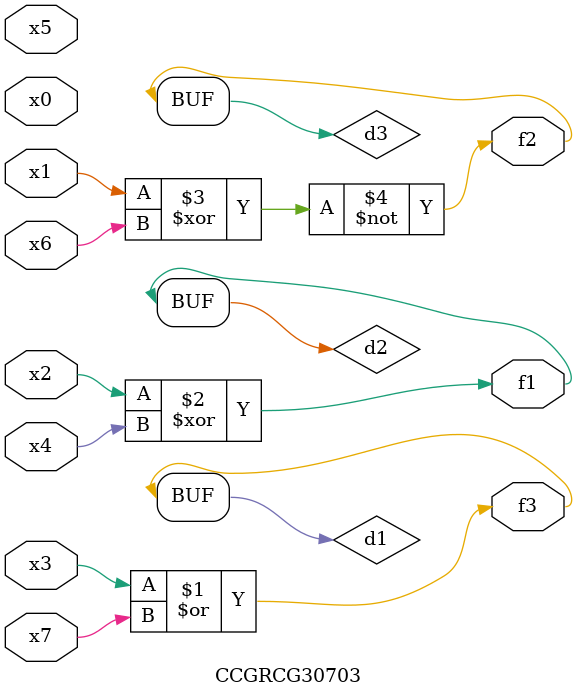
<source format=v>
module CCGRCG30703(
	input x0, x1, x2, x3, x4, x5, x6, x7,
	output f1, f2, f3
);

	wire d1, d2, d3;

	or (d1, x3, x7);
	xor (d2, x2, x4);
	xnor (d3, x1, x6);
	assign f1 = d2;
	assign f2 = d3;
	assign f3 = d1;
endmodule

</source>
